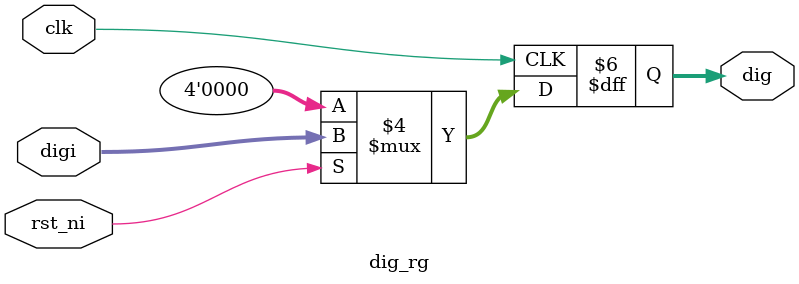
<source format=sv>
module dig_rg (
	input clk, rst_ni,
	input [4:1] digi,
	output reg [4:1] dig
);

	always @(posedge clk) begin
		if(!rst_ni)
			dig <= 4'h0;
		else
			dig <= digi;
	end

endmodule

</source>
